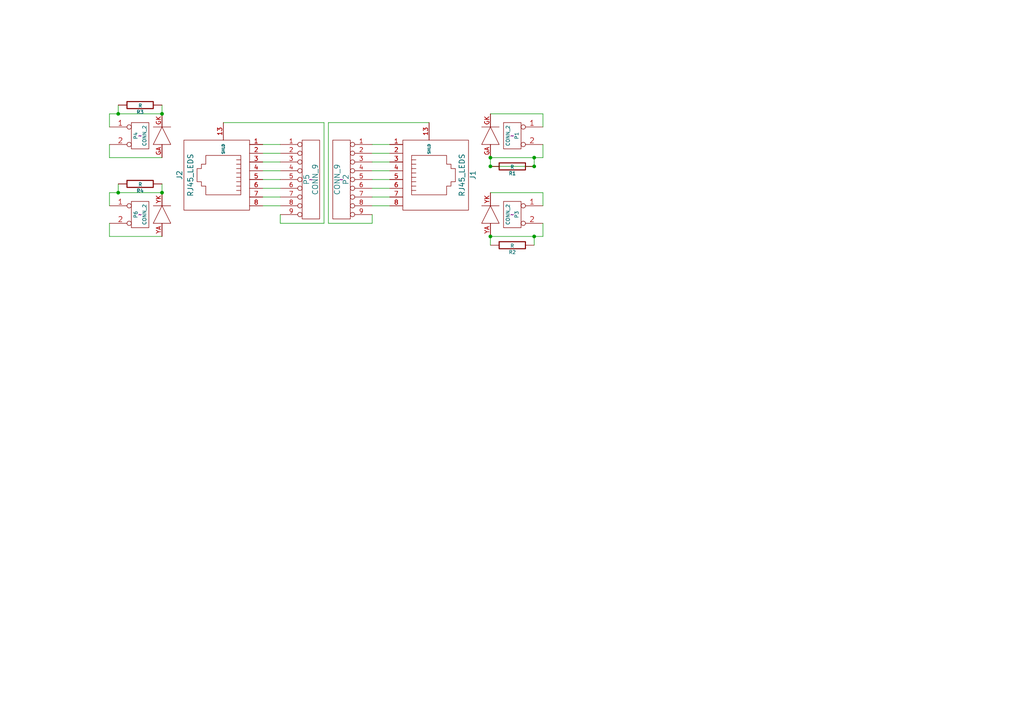
<source format=kicad_sch>
(kicad_sch (version 20230121) (generator eeschema)
  (paper "A4")
  (title_block (date "28 dec 2014"))
  (lib_symbols
    (symbol "rj45_injector-rescue:CONN_2" (pin_names (offset 1.016) hide)
      (property "Reference" "P" (at -1.27 0 90))
      (property "Value" "CONN_2" (at 1.27 0 90))
      (symbol "CONN_2_0_1"
        (rectangle (start -2.54 3.81) (end 2.54 -3.81))
      )
      (symbol "CONN_2_1_1"
        (pin passive inverted (at -8.89 2.54 0) (length 6.35) (name "P1") (number "1"))
        (pin passive inverted (at -8.89 -2.54 0) (length 6.35) (name "PM") (number "2"))
      )
    )
    (symbol "rj45_injector-rescue:CONN_9" (pin_names (offset 1.016) hide)
      (property "Reference" "P" (at -1.27 0 90))
      (property "Value" "CONN_9" (at 1.27 0 90))
      (symbol "CONN_9_0_1"
        (rectangle (start -2.54 11.43) (end 2.54 -11.43))
      )
      (symbol "CONN_9_1_1"
        (pin passive inverted (at -8.89 10.16 0) (length 6.35) (name "P1") (number "1"))
        (pin passive inverted (at -8.89 7.62 0) (length 6.35) (name "P2") (number "2"))
        (pin passive inverted (at -8.89 5.08 0) (length 6.35) (name "P3") (number "3"))
        (pin passive inverted (at -8.89 2.54 0) (length 6.35) (name "P4") (number "4"))
        (pin passive inverted (at -8.89 0 0) (length 6.35) (name "P5") (number "5"))
        (pin passive inverted (at -8.89 -2.54 0) (length 6.35) (name "P6") (number "6"))
        (pin passive inverted (at -8.89 -5.08 0) (length 6.35) (name "P7") (number "7"))
        (pin passive inverted (at -8.89 -7.62 0) (length 6.35) (name "P8") (number "8"))
        (pin passive inverted (at -8.89 -10.16 0) (length 6.35) (name "P9") (number "9"))
      )
    )
    (symbol "rj45_injector-rescue:R" (pin_numbers hide) (pin_names (offset 0))
      (property "Reference" "R" (at 2.032 0 90))
      (property "Value" "R" (at 0.1778 0.0254 90))
      (symbol "R_0_1"
        (rectangle (start -1.016 3.81) (end 1.016 -3.81) (stroke (width 0.3048)))
      )
      (symbol "R_1_1"
        (pin passive line (at 0 6.35 270) (length 2.54) (name "~") (number "1"))
        (pin passive line (at 0 -6.35 90) (length 2.54) (name "~") (number "2"))
      )
    )
    (symbol "rj45_injector-rescue:RJ45_LEDS" (pin_names (offset 1.016))
      (property "Reference" "J" (at 0 12.7 0))
      (property "Value" "RJ45_LEDS" (at 0 9.525 0))
      (symbol "RJ45_LEDS_0_1"
        (rectangle (start -10.16 -7.62) (end 10.16 11.43))
        (polyline (pts (xy -8.89 20.32) (xy -8.89 15.24)))
        (polyline (pts (xy 13.97 20.32) (xy 13.97 15.24)))
        (polyline (pts (xy -4.445 -3.81) (xy -4.445 -5.08) (xy -4.445 -5.08)))
        (polyline (pts (xy -3.175 -3.81) (xy -3.175 -5.08) (xy -3.175 -5.08)))
        (polyline (pts (xy -1.905 -5.08) (xy -1.905 -3.81) (xy -1.905 -3.81)))
        (polyline (pts (xy -0.635 -5.08) (xy -0.635 -3.81) (xy -0.635 -3.81)))
        (polyline (pts (xy 0.635 -5.08) (xy 0.635 -3.81) (xy 0.635 -3.81)))
        (polyline (pts (xy 1.905 -5.08) (xy 1.905 -3.81) (xy 1.905 -3.81)))
        (polyline (pts (xy 3.175 -5.08) (xy 3.175 -3.81) (xy 3.175 -3.81)))
        (polyline (pts (xy 4.445 -3.81) (xy 4.445 -5.08) (xy 4.445 -5.08)))
        (polyline (pts (xy -13.97 20.32) (xy -13.97 15.24) (xy -8.89 17.78) (xy -13.97 20.32)))
        (polyline (pts (xy 8.89 20.32) (xy 8.89 15.24) (xy 13.97 17.78) (xy 8.89 20.32)))
        (polyline (pts (xy 5.715 -5.08) (xy -5.715 -5.08) (xy -5.715 5.08) (xy -3.175 5.08) (xy -3.175 6.35) (xy -1.905 6.35) (xy -1.905 7.62) (xy 1.905 7.62) (xy 1.905 6.35) (xy 3.175 6.35) (xy 3.175 5.08) (xy 5.715 5.08) (xy 5.715 -5.08) (xy 5.715 -5.08)))
      )
      (symbol "RJ45_LEDS_1_1"
        (pin passive line (at 8.89 -11.43 90) (length 3.81) (name "~") (number "1"))
        (pin passive line (at 15.24 0 180) (length 5.08) (name "SHLD") (number "13"))
        (pin passive line (at 6.35 -11.43 90) (length 3.81) (name "~") (number "2"))
        (pin passive line (at 3.81 -11.43 90) (length 3.81) (name "~") (number "3"))
        (pin passive line (at 1.27 -11.43 90) (length 3.81) (name "~") (number "4"))
        (pin passive line (at -1.27 -11.43 90) (length 3.81) (name "~") (number "5"))
        (pin passive line (at -3.81 -11.43 90) (length 3.81) (name "~") (number "6"))
        (pin passive line (at -6.35 -11.43 90) (length 3.81) (name "~") (number "7"))
        (pin passive line (at -8.89 -11.43 90) (length 3.81) (name "~") (number "8"))
        (pin input line (at 5.08 17.78 0) (length 3.81) (name "~") (number "GA"))
        (pin output line (at 17.78 17.78 180) (length 3.81) (name "~") (number "GK"))
        (pin input line (at -17.78 17.78 0) (length 3.81) (name "~") (number "YA"))
        (pin output line (at -5.08 17.78 180) (length 3.81) (name "~") (number "YK"))
      )
    )
  )
  (junction (at 154.94 45.72))
  (junction (at 154.94 48.26))
  (junction (at 142.24 48.26))
  (junction (at 154.94 68.58))
  (junction (at 142.24 45.72))
  (junction (at 34.29 55.88))
  (junction (at 46.99 33.02))
  (junction (at 34.29 33.02))
  (junction (at 46.99 55.88))
  (junction (at 142.24 68.58))
  (wire (pts (xy 157.48 45.72) (xy 154.94 45.72)))
  (wire (pts (xy 142.24 68.58) (xy 142.24 71.12)))
  (wire (pts (xy 142.24 33.02) (xy 157.48 33.02)))
  (wire (pts (xy 76.2 52.07) (xy 81.28 52.07)))
  (wire (pts (xy 34.29 30.48) (xy 34.29 33.02)))
  (wire (pts (xy 154.94 48.26) (xy 154.94 45.72)))
  (wire (pts (xy 154.94 71.12) (xy 154.94 68.58)))
  (wire (pts (xy 157.48 64.77) (xy 157.48 68.58)))
  (wire (pts (xy 46.99 30.48) (xy 46.99 33.02)))
  (wire (pts (xy 157.48 33.02) (xy 157.48 36.83)))
  (wire (pts (xy 107.95 64.77) (xy 107.95 62.23)))
  (wire (pts (xy 31.75 55.88) (xy 31.75 59.69)))
  (wire (pts (xy 107.95 57.15) (xy 113.03 57.15)))
  (wire (pts (xy 142.24 45.72) (xy 142.24 48.26)))
  (wire (pts (xy 113.03 49.53) (xy 107.95 49.53)))
  (wire (pts (xy 157.48 41.91) (xy 157.48 45.72)))
  (wire (pts (xy 93.98 64.77) (xy 81.28 64.77)))
  (wire (pts (xy 95.25 35.56) (xy 124.46 35.56)))
  (wire (pts (xy 157.48 55.88) (xy 157.48 59.69)))
  (wire (pts (xy 76.2 54.61) (xy 81.28 54.61)))
  (wire (pts (xy 46.99 68.58) (xy 31.75 68.58)))
  (wire (pts (xy 31.75 68.58) (xy 31.75 64.77)))
  (wire (pts (xy 76.2 59.69) (xy 81.28 59.69)))
  (wire (pts (xy 81.28 64.77) (xy 81.28 62.23)))
  (wire (pts (xy 95.25 64.77) (xy 107.95 64.77)))
  (wire (pts (xy 64.77 35.56) (xy 93.98 35.56)))
  (wire (pts (xy 113.03 44.45) (xy 107.95 44.45)))
  (wire (pts (xy 113.03 54.61) (xy 107.95 54.61)))
  (wire (pts (xy 46.99 45.72) (xy 31.75 45.72)))
  (wire (pts (xy 93.98 35.56) (xy 93.98 64.77)))
  (wire (pts (xy 113.03 46.99) (xy 107.95 46.99)))
  (wire (pts (xy 142.24 48.26) (xy 154.94 48.26)))
  (wire (pts (xy 113.03 52.07) (xy 107.95 52.07)))
  (wire (pts (xy 154.94 68.58) (xy 142.24 68.58)))
  (wire (pts (xy 31.75 33.02) (xy 31.75 36.83)))
  (wire (pts (xy 34.29 55.88) (xy 31.75 55.88)))
  (wire (pts (xy 46.99 55.88) (xy 34.29 55.88)))
  (wire (pts (xy 76.2 44.45) (xy 81.28 44.45)))
  (wire (pts (xy 95.25 35.56) (xy 95.25 64.77)))
  (wire (pts (xy 76.2 46.99) (xy 81.28 46.99)))
  (wire (pts (xy 157.48 68.58) (xy 154.94 68.58)))
  (wire (pts (xy 46.99 53.34) (xy 46.99 55.88)))
  (wire (pts (xy 76.2 49.53) (xy 81.28 49.53)))
  (wire (pts (xy 34.29 53.34) (xy 34.29 55.88)))
  (wire (pts (xy 46.99 33.02) (xy 34.29 33.02)))
  (wire (pts (xy 31.75 45.72) (xy 31.75 41.91)))
  (wire (pts (xy 76.2 41.91) (xy 81.28 41.91)))
  (wire (pts (xy 154.94 45.72) (xy 142.24 45.72)))
  (wire (pts (xy 76.2 57.15) (xy 81.28 57.15)))
  (wire (pts (xy 142.24 55.88) (xy 157.48 55.88)))
  (wire (pts (xy 34.29 33.02) (xy 31.75 33.02)))
  (wire (pts (xy 113.03 41.91) (xy 107.95 41.91)))
  (wire (pts (xy 113.03 59.69) (xy 107.95 59.69)))
  (symbol (lib_id "rj45_injector-rescue:CONN_9") (at 99.06 52.07 0) (mirror y) (unit 1)
    (property "Reference" "P2" (at 100.33 52.07 90) (effects (font (size 1.524 1.524))))
    (property "Value" "CONN_9" (at 97.79 52.07 90) (effects (font (size 1.524 1.524))))
    (property "Footprint" "~" (at 99.06 52.07 0) (effects (font (size 1.524 1.524))))
    (property "Datasheet" "~" (at 99.06 52.07 0) (effects (font (size 1.524 1.524))))
  )
  (symbol (lib_id "rj45_injector-rescue:CONN_9") (at 90.17 52.07 0) (unit 1)
    (property "Reference" "P5" (at 88.9 52.07 90) (effects (font (size 1.524 1.524))))
    (property "Value" "CONN_9" (at 91.44 52.07 90) (effects (font (size 1.524 1.524))))
    (property "Footprint" "~" (at 90.17 52.07 0) (effects (font (size 1.524 1.524))))
    (property "Datasheet" "~" (at 90.17 52.07 0) (effects (font (size 1.524 1.524))))
  )
  (symbol (lib_id "rj45_injector-rescue:CONN_2") (at 148.59 39.37 0) (mirror y) (unit 1)
    (property "Reference" "P1" (at 149.86 39.37 90) (effects (font (size 1.016 1.016))))
    (property "Value" "CONN_2" (at 147.32 39.37 90) (effects (font (size 1.016 1.016))))
    (property "Footprint" "~" (at 148.59 39.37 0) (effects (font (size 1.524 1.524))))
    (property "Datasheet" "~" (at 148.59 39.37 0) (effects (font (size 1.524 1.524))))
  )
  (symbol (lib_id "rj45_injector-rescue:CONN_2") (at 148.59 62.23 0) (mirror y) (unit 1)
    (property "Reference" "P3" (at 149.86 62.23 90) (effects (font (size 1.016 1.016))))
    (property "Value" "CONN_2" (at 147.32 62.23 90) (effects (font (size 1.016 1.016))))
    (property "Footprint" "~" (at 148.59 62.23 0) (effects (font (size 1.524 1.524))))
    (property "Datasheet" "~" (at 148.59 62.23 0) (effects (font (size 1.524 1.524))))
  )
  (symbol (lib_id "rj45_injector-rescue:CONN_2") (at 40.64 39.37 0) (unit 1)
    (property "Reference" "P4" (at 39.37 39.37 90) (effects (font (size 1.016 1.016))))
    (property "Value" "CONN_2" (at 41.91 39.37 90) (effects (font (size 1.016 1.016))))
    (property "Footprint" "~" (at 40.64 39.37 0) (effects (font (size 1.524 1.524))))
    (property "Datasheet" "~" (at 40.64 39.37 0) (effects (font (size 1.524 1.524))))
  )
  (symbol (lib_id "rj45_injector-rescue:CONN_2") (at 40.64 62.23 0) (unit 1)
    (property "Reference" "P6" (at 39.37 62.23 90) (effects (font (size 1.016 1.016))))
    (property "Value" "CONN_2" (at 41.91 62.23 90) (effects (font (size 1.016 1.016))))
    (property "Footprint" "~" (at 40.64 62.23 0) (effects (font (size 1.524 1.524))))
    (property "Datasheet" "~" (at 40.64 62.23 0) (effects (font (size 1.524 1.524))))
  )
  (symbol (lib_id "rj45_injector-rescue:RJ45_LEDS") (at 124.46 50.8 270) (mirror x) (unit 1)
    (property "Reference" "J1" (at 137.16 50.8 0) (effects (font (size 1.524 1.524))))
    (property "Value" "RJ45_LEDS" (at 133.985 50.8 0) (effects (font (size 1.524 1.524))))
  )
  (symbol (lib_id "rj45_injector-rescue:RJ45_LEDS") (at 64.77 50.8 90) (unit 1)
    (property "Reference" "J2" (at 52.07 50.8 0) (effects (font (size 1.524 1.524))))
    (property "Value" "RJ45_LEDS" (at 55.245 50.8 0) (effects (font (size 1.524 1.524))))
  )
  (symbol (lib_id "rj45_injector-rescue:R") (at 40.64 53.34 270) (unit 1)
    (property "Reference" "R4" (at 40.64 55.372 90) (effects (font (size 1.016 1.016))))
    (property "Value" "R" (at 40.6654 53.5178 90) (effects (font (size 1.016 1.016))))
  )
  (symbol (lib_id "rj45_injector-rescue:R") (at 40.64 30.48 270) (unit 1)
    (property "Reference" "R3" (at 40.64 32.512 90) (effects (font (size 1.016 1.016))))
    (property "Value" "R" (at 40.6654 30.6578 90) (effects (font (size 1.016 1.016))))
  )
  (symbol (lib_id "rj45_injector-rescue:R") (at 148.59 71.12 90) (mirror x) (unit 1)
    (property "Reference" "R2" (at 148.59 73.152 90) (effects (font (size 1.016 1.016))))
    (property "Value" "R" (at 148.5646 71.2978 90) (effects (font (size 1.016 1.016))))
  )
  (symbol (lib_id "rj45_injector-rescue:R") (at 148.59 48.26 90) (mirror x) (unit 1)
    (property "Reference" "R1" (at 148.59 50.292 90) (effects (font (size 1.016 1.016))))
    (property "Value" "R" (at 148.5646 48.4378 90) (effects (font (size 1.016 1.016))))
  )
)
</source>
